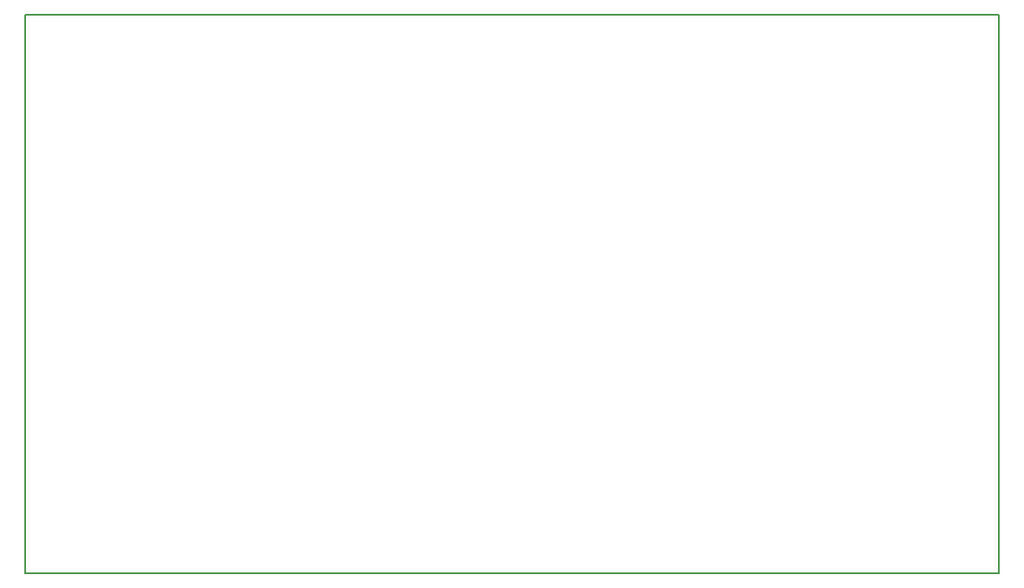
<source format=gbr>
G04 #@! TF.FileFunction,Profile,NP*
%FSLAX46Y46*%
G04 Gerber Fmt 4.6, Leading zero omitted, Abs format (unit mm)*
G04 Created by KiCad (PCBNEW 4.0.6) date 07/31/17 14:54:03*
%MOMM*%
%LPD*%
G01*
G04 APERTURE LIST*
%ADD10C,0.100000*%
%ADD11C,0.150000*%
G04 APERTURE END LIST*
D10*
D11*
X89000000Y-134250000D02*
X184000000Y-134250000D01*
X89000000Y-79750000D02*
X89000000Y-134250000D01*
X184000000Y-79750000D02*
X89000000Y-79750000D01*
X184000000Y-134250000D02*
X184000000Y-79750000D01*
M02*

</source>
